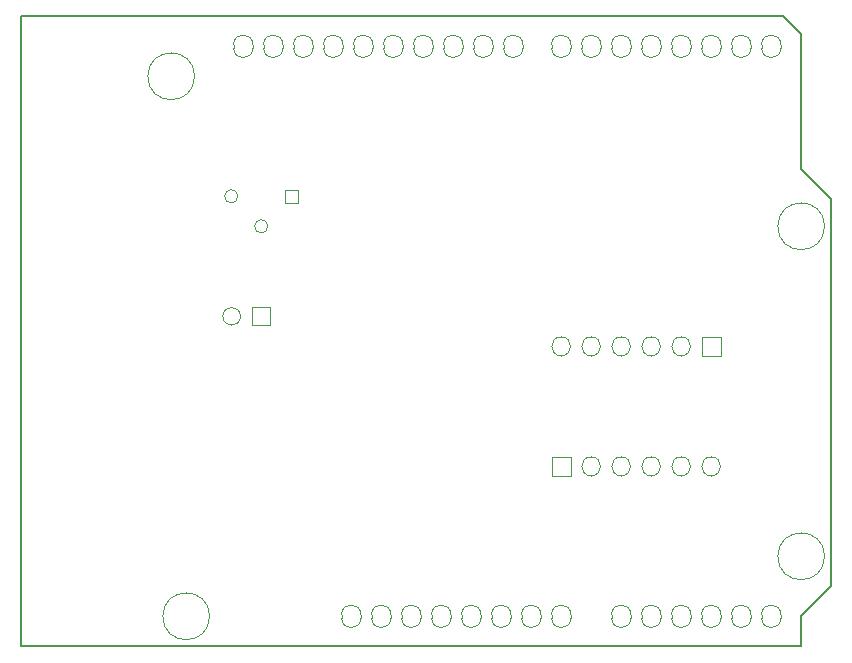
<source format=gbr>
%TF.GenerationSoftware,KiCad,Pcbnew,(6.0.2-0)*%
%TF.CreationDate,2022-05-07T22:45:42-07:00*%
%TF.ProjectId,cpe301d_kicad_David_Nakasone,63706533-3031-4645-9f6b-696361645f44,rev?*%
%TF.SameCoordinates,Original*%
%TF.FileFunction,AssemblyDrawing,Bot*%
%FSLAX46Y46*%
G04 Gerber Fmt 4.6, Leading zero omitted, Abs format (unit mm)*
G04 Created by KiCad (PCBNEW (6.0.2-0)) date 2022-05-07 22:45:42*
%MOMM*%
%LPD*%
G01*
G04 APERTURE LIST*
%TA.AperFunction,Profile*%
%ADD10C,0.150000*%
%TD*%
%ADD11C,0.100000*%
G04 APERTURE END LIST*
D10*
X179578000Y-88519000D02*
X177038000Y-85979000D01*
X177038000Y-126365000D02*
X177038000Y-123825000D01*
X177038000Y-74549000D02*
X175514000Y-73025000D01*
X177038000Y-123825000D02*
X179578000Y-121285000D01*
X110998000Y-73025000D02*
X110998000Y-126365000D01*
X179578000Y-121285000D02*
X179578000Y-88519000D01*
X110998000Y-126365000D02*
X177038000Y-126365000D01*
X175514000Y-73025000D02*
X110998000Y-73025000D01*
X177038000Y-85979000D02*
X177038000Y-74549000D01*
D11*
X138124400Y-123672600D02*
X138124400Y-123977400D01*
X139751600Y-123672600D02*
X139751600Y-123977400D01*
X138124400Y-123977400D02*
G75*
G03*
X139751600Y-123977400I813600J0D01*
G01*
X139751600Y-123672600D02*
G75*
G03*
X138124400Y-123672600I-813600J0D01*
G01*
X140664400Y-123672600D02*
X140664400Y-123977400D01*
X142291600Y-123672600D02*
X142291600Y-123977400D01*
X140664400Y-123977400D02*
G75*
G03*
X142291600Y-123977400I813600J0D01*
G01*
X142291600Y-123672600D02*
G75*
G03*
X140664400Y-123672600I-813600J0D01*
G01*
X143204400Y-123672600D02*
X143204400Y-123977400D01*
X144831600Y-123672600D02*
X144831600Y-123977400D01*
X143204400Y-123977400D02*
G75*
G03*
X144831600Y-123977400I813600J0D01*
G01*
X144831600Y-123672600D02*
G75*
G03*
X143204400Y-123672600I-813600J0D01*
G01*
X145744400Y-123672600D02*
X145744400Y-123977400D01*
X147371600Y-123672600D02*
X147371600Y-123977400D01*
X145744400Y-123977400D02*
G75*
G03*
X147371600Y-123977400I813600J0D01*
G01*
X147371600Y-123672600D02*
G75*
G03*
X145744400Y-123672600I-813600J0D01*
G01*
X148284400Y-123672600D02*
X148284400Y-123977400D01*
X149911600Y-123672600D02*
X149911600Y-123977400D01*
X148284400Y-123977400D02*
G75*
G03*
X149911600Y-123977400I813600J0D01*
G01*
X149911600Y-123672600D02*
G75*
G03*
X148284400Y-123672600I-813600J0D01*
G01*
X150824400Y-123672600D02*
X150824400Y-123977400D01*
X152451600Y-123672600D02*
X152451600Y-123977400D01*
X150824400Y-123977400D02*
G75*
G03*
X152451600Y-123977400I813600J0D01*
G01*
X152451600Y-123672600D02*
G75*
G03*
X150824400Y-123672600I-813600J0D01*
G01*
X153364400Y-123672600D02*
X153364400Y-123977400D01*
X154991600Y-123672600D02*
X154991600Y-123977400D01*
X153364400Y-123977400D02*
G75*
G03*
X154991600Y-123977400I813600J0D01*
G01*
X154991600Y-123672600D02*
G75*
G03*
X153364400Y-123672600I-813600J0D01*
G01*
X155904400Y-123672600D02*
X155904400Y-123977400D01*
X157531600Y-123672600D02*
X157531600Y-123977400D01*
X155904400Y-123977400D02*
G75*
G03*
X157531600Y-123977400I813600J0D01*
G01*
X157531600Y-123672600D02*
G75*
G03*
X155904400Y-123672600I-813600J0D01*
G01*
X160984400Y-123672600D02*
X160984400Y-123977400D01*
X162611600Y-123672600D02*
X162611600Y-123977400D01*
X160984400Y-123977400D02*
G75*
G03*
X162611600Y-123977400I813600J0D01*
G01*
X162611600Y-123672600D02*
G75*
G03*
X160984400Y-123672600I-813600J0D01*
G01*
X163524400Y-123672600D02*
X163524400Y-123977400D01*
X165151600Y-123672600D02*
X165151600Y-123977400D01*
X163524400Y-123977400D02*
G75*
G03*
X165151600Y-123977400I813600J0D01*
G01*
X165151600Y-123672600D02*
G75*
G03*
X163524400Y-123672600I-813600J0D01*
G01*
X166064400Y-123672600D02*
X166064400Y-123977400D01*
X167691600Y-123672600D02*
X167691600Y-123977400D01*
X166064400Y-123977400D02*
G75*
G03*
X167691600Y-123977400I813600J0D01*
G01*
X167691600Y-123672600D02*
G75*
G03*
X166064400Y-123672600I-813600J0D01*
G01*
X168604400Y-123672600D02*
X168604400Y-123977400D01*
X170231600Y-123672600D02*
X170231600Y-123977400D01*
X168604400Y-123977400D02*
G75*
G03*
X170231600Y-123977400I813600J0D01*
G01*
X170231600Y-123672600D02*
G75*
G03*
X168604400Y-123672600I-813600J0D01*
G01*
X171144400Y-123672600D02*
X171144400Y-123977400D01*
X172771600Y-123672600D02*
X172771600Y-123977400D01*
X171144400Y-123977400D02*
G75*
G03*
X172771600Y-123977400I813600J0D01*
G01*
X172771600Y-123672600D02*
G75*
G03*
X171144400Y-123672600I-813600J0D01*
G01*
X173684400Y-123672600D02*
X173684400Y-123977400D01*
X175311600Y-123672600D02*
X175311600Y-123977400D01*
X173684400Y-123977400D02*
G75*
G03*
X175311600Y-123977400I813600J0D01*
G01*
X175311600Y-123672600D02*
G75*
G03*
X173684400Y-123672600I-813600J0D01*
G01*
X128980400Y-75412600D02*
X128980400Y-75717400D01*
X130607600Y-75412600D02*
X130607600Y-75717400D01*
X128980400Y-75717400D02*
G75*
G03*
X130607600Y-75717400I813600J0D01*
G01*
X130607600Y-75412600D02*
G75*
G03*
X128980400Y-75412600I-813600J0D01*
G01*
X131520400Y-75412600D02*
X131520400Y-75717400D01*
X133147600Y-75412600D02*
X133147600Y-75717400D01*
X131520400Y-75717400D02*
G75*
G03*
X133147600Y-75717400I813600J0D01*
G01*
X133147600Y-75412600D02*
G75*
G03*
X131520400Y-75412600I-813600J0D01*
G01*
X134060400Y-75412600D02*
X134060400Y-75717400D01*
X135687600Y-75412600D02*
X135687600Y-75717400D01*
X134060400Y-75717400D02*
G75*
G03*
X135687600Y-75717400I813600J0D01*
G01*
X135687600Y-75412600D02*
G75*
G03*
X134060400Y-75412600I-813600J0D01*
G01*
X136600400Y-75412600D02*
X136600400Y-75717400D01*
X138227600Y-75412600D02*
X138227600Y-75717400D01*
X136600400Y-75717400D02*
G75*
G03*
X138227600Y-75717400I813600J0D01*
G01*
X138227600Y-75412600D02*
G75*
G03*
X136600400Y-75412600I-813600J0D01*
G01*
X139140400Y-75412600D02*
X139140400Y-75717400D01*
X140767600Y-75412600D02*
X140767600Y-75717400D01*
X139140400Y-75717400D02*
G75*
G03*
X140767600Y-75717400I813600J0D01*
G01*
X140767600Y-75412600D02*
G75*
G03*
X139140400Y-75412600I-813600J0D01*
G01*
X141680400Y-75412600D02*
X141680400Y-75717400D01*
X143307600Y-75412600D02*
X143307600Y-75717400D01*
X141680400Y-75717400D02*
G75*
G03*
X143307600Y-75717400I813600J0D01*
G01*
X143307600Y-75412600D02*
G75*
G03*
X141680400Y-75412600I-813600J0D01*
G01*
X144220400Y-75412600D02*
X144220400Y-75717400D01*
X145847600Y-75412600D02*
X145847600Y-75717400D01*
X144220400Y-75717400D02*
G75*
G03*
X145847600Y-75717400I813600J0D01*
G01*
X145847600Y-75412600D02*
G75*
G03*
X144220400Y-75412600I-813600J0D01*
G01*
X146760400Y-75412600D02*
X146760400Y-75717400D01*
X148387600Y-75412600D02*
X148387600Y-75717400D01*
X146760400Y-75717400D02*
G75*
G03*
X148387600Y-75717400I813600J0D01*
G01*
X148387600Y-75412600D02*
G75*
G03*
X146760400Y-75412600I-813600J0D01*
G01*
X149300400Y-75412600D02*
X149300400Y-75717400D01*
X150927600Y-75412600D02*
X150927600Y-75717400D01*
X149300400Y-75717400D02*
G75*
G03*
X150927600Y-75717400I813600J0D01*
G01*
X150927600Y-75412600D02*
G75*
G03*
X149300400Y-75412600I-813600J0D01*
G01*
X151840400Y-75412600D02*
X151840400Y-75717400D01*
X153467600Y-75412600D02*
X153467600Y-75717400D01*
X151840400Y-75717400D02*
G75*
G03*
X153467600Y-75717400I813600J0D01*
G01*
X153467600Y-75412600D02*
G75*
G03*
X151840400Y-75412600I-813600J0D01*
G01*
X155904400Y-75412600D02*
X155904400Y-75717400D01*
X157531600Y-75412600D02*
X157531600Y-75717400D01*
X155904400Y-75717400D02*
G75*
G03*
X157531600Y-75717400I813600J0D01*
G01*
X157531600Y-75412600D02*
G75*
G03*
X155904400Y-75412600I-813600J0D01*
G01*
X158444400Y-75412600D02*
X158444400Y-75717400D01*
X160071600Y-75412600D02*
X160071600Y-75717400D01*
X158444400Y-75717400D02*
G75*
G03*
X160071600Y-75717400I813600J0D01*
G01*
X160071600Y-75412600D02*
G75*
G03*
X158444400Y-75412600I-813600J0D01*
G01*
X160984400Y-75412600D02*
X160984400Y-75717400D01*
X162611600Y-75412600D02*
X162611600Y-75717400D01*
X160984400Y-75717400D02*
G75*
G03*
X162611600Y-75717400I813600J0D01*
G01*
X162611600Y-75412600D02*
G75*
G03*
X160984400Y-75412600I-813600J0D01*
G01*
X163524400Y-75412600D02*
X163524400Y-75717400D01*
X165151600Y-75412600D02*
X165151600Y-75717400D01*
X163524400Y-75717400D02*
G75*
G03*
X165151600Y-75717400I813600J0D01*
G01*
X165151600Y-75412600D02*
G75*
G03*
X163524400Y-75412600I-813600J0D01*
G01*
X166064400Y-75412600D02*
X166064400Y-75717400D01*
X167691600Y-75412600D02*
X167691600Y-75717400D01*
X166064400Y-75717400D02*
G75*
G03*
X167691600Y-75717400I813600J0D01*
G01*
X167691600Y-75412600D02*
G75*
G03*
X166064400Y-75412600I-813600J0D01*
G01*
X168604400Y-75412600D02*
X168604400Y-75717400D01*
X170231600Y-75412600D02*
X170231600Y-75717400D01*
X168604400Y-75717400D02*
G75*
G03*
X170231600Y-75717400I813600J0D01*
G01*
X170231600Y-75412600D02*
G75*
G03*
X168604400Y-75412600I-813600J0D01*
G01*
X171144400Y-75412600D02*
X171144400Y-75717400D01*
X172771600Y-75412600D02*
X172771600Y-75717400D01*
X171144400Y-75717400D02*
G75*
G03*
X172771600Y-75717400I813600J0D01*
G01*
X172771600Y-75412600D02*
G75*
G03*
X171144400Y-75412600I-813600J0D01*
G01*
X173684400Y-75412600D02*
X173684400Y-75717400D01*
X175311600Y-75412600D02*
X175311600Y-75717400D01*
X173684400Y-75717400D02*
G75*
G03*
X175311600Y-75717400I813600J0D01*
G01*
X175311600Y-75412600D02*
G75*
G03*
X173684400Y-75412600I-813600J0D01*
G01*
%TO.C,P5*%
X126950000Y-123825000D02*
G75*
G03*
X126950000Y-123825000I-1982000J0D01*
G01*
%TD*%
%TO.C,P6*%
X179020000Y-118745000D02*
G75*
G03*
X179020000Y-118745000I-1982000J0D01*
G01*
%TD*%
%TO.C,P7*%
X125680000Y-78105000D02*
G75*
G03*
X125680000Y-78105000I-1982000J0D01*
G01*
%TD*%
%TO.C,P8*%
X179020000Y-90805000D02*
G75*
G03*
X179020000Y-90805000I-1982000J0D01*
G01*
%TD*%
%TO.C,J2*%
X168618000Y-100165000D02*
X168618000Y-101765000D01*
X170218000Y-101765000D01*
X170218000Y-100165000D01*
X168618000Y-100165000D01*
X166878000Y-100165000D02*
X166878000Y-100165000D01*
X166878000Y-101765000D02*
X166878000Y-101765000D01*
X166878000Y-100165000D02*
G75*
G03*
X166878000Y-101765000I0J-800000D01*
G01*
X166878000Y-101765000D02*
G75*
G03*
X166878000Y-100165000I0J800000D01*
G01*
X164338000Y-100165000D02*
X164338000Y-100165000D01*
X164338000Y-101765000D02*
X164338000Y-101765000D01*
X164338000Y-100165000D02*
G75*
G03*
X164338000Y-101765000I0J-800000D01*
G01*
X164338000Y-101765000D02*
G75*
G03*
X164338000Y-100165000I0J800000D01*
G01*
X161798000Y-100165000D02*
X161798000Y-100165000D01*
X161798000Y-101765000D02*
X161798000Y-101765000D01*
X161798000Y-100165000D02*
G75*
G03*
X161798000Y-101765000I0J-800000D01*
G01*
X161798000Y-101765000D02*
G75*
G03*
X161798000Y-100165000I0J800000D01*
G01*
X159258000Y-100165000D02*
X159258000Y-100165000D01*
X159258000Y-101765000D02*
X159258000Y-101765000D01*
X159258000Y-100165000D02*
G75*
G03*
X159258000Y-101765000I0J-800000D01*
G01*
X159258000Y-101765000D02*
G75*
G03*
X159258000Y-100165000I0J800000D01*
G01*
X156718000Y-100165000D02*
X156718000Y-100165000D01*
X156718000Y-101765000D02*
X156718000Y-101765000D01*
X156718000Y-100165000D02*
G75*
G03*
X156718000Y-101765000I0J-800000D01*
G01*
X156718000Y-101765000D02*
G75*
G03*
X156718000Y-100165000I0J800000D01*
G01*
%TD*%
%TO.C,J1*%
X155918000Y-110325000D02*
X155918000Y-111925000D01*
X157518000Y-111925000D01*
X157518000Y-110325000D01*
X155918000Y-110325000D01*
X159258000Y-111925000D02*
X159258000Y-111925000D01*
X159258000Y-110325000D02*
X159258000Y-110325000D01*
X159258000Y-111925000D02*
G75*
G03*
X159258000Y-110325000I0J800000D01*
G01*
X159258000Y-110325000D02*
G75*
G03*
X159258000Y-111925000I0J-800000D01*
G01*
X161798000Y-111925000D02*
X161798000Y-111925000D01*
X161798000Y-110325000D02*
X161798000Y-110325000D01*
X161798000Y-111925000D02*
G75*
G03*
X161798000Y-110325000I0J800000D01*
G01*
X161798000Y-110325000D02*
G75*
G03*
X161798000Y-111925000I0J-800000D01*
G01*
X164338000Y-111925000D02*
X164338000Y-111925000D01*
X164338000Y-110325000D02*
X164338000Y-110325000D01*
X164338000Y-111925000D02*
G75*
G03*
X164338000Y-110325000I0J800000D01*
G01*
X164338000Y-110325000D02*
G75*
G03*
X164338000Y-111925000I0J-800000D01*
G01*
X166878000Y-111925000D02*
X166878000Y-111925000D01*
X166878000Y-110325000D02*
X166878000Y-110325000D01*
X166878000Y-111925000D02*
G75*
G03*
X166878000Y-110325000I0J800000D01*
G01*
X166878000Y-110325000D02*
G75*
G03*
X166878000Y-111925000I0J-800000D01*
G01*
X169418000Y-111925000D02*
X169418000Y-111925000D01*
X169418000Y-110325000D02*
X169418000Y-110325000D01*
X169418000Y-111925000D02*
G75*
G03*
X169418000Y-110325000I0J800000D01*
G01*
X169418000Y-110325000D02*
G75*
G03*
X169418000Y-111925000I0J-800000D01*
G01*
%TD*%
%TO.C,C1*%
X130568000Y-97675000D02*
X130568000Y-99175000D01*
X132068000Y-99175000D01*
X132068000Y-97675000D01*
X130568000Y-97675000D01*
X129568000Y-98425000D02*
G75*
G03*
X129568000Y-98425000I-750000J0D01*
G01*
%TD*%
%TO.C,VR1*%
X133297000Y-87704000D02*
X133297000Y-88826000D01*
X134419000Y-88826000D01*
X134419000Y-87704000D01*
X133297000Y-87704000D01*
X131879000Y-90805000D02*
G75*
G03*
X131879000Y-90805000I-561000J0D01*
G01*
X129339000Y-88265000D02*
G75*
G03*
X129339000Y-88265000I-561000J0D01*
G01*
%TD*%
M02*

</source>
